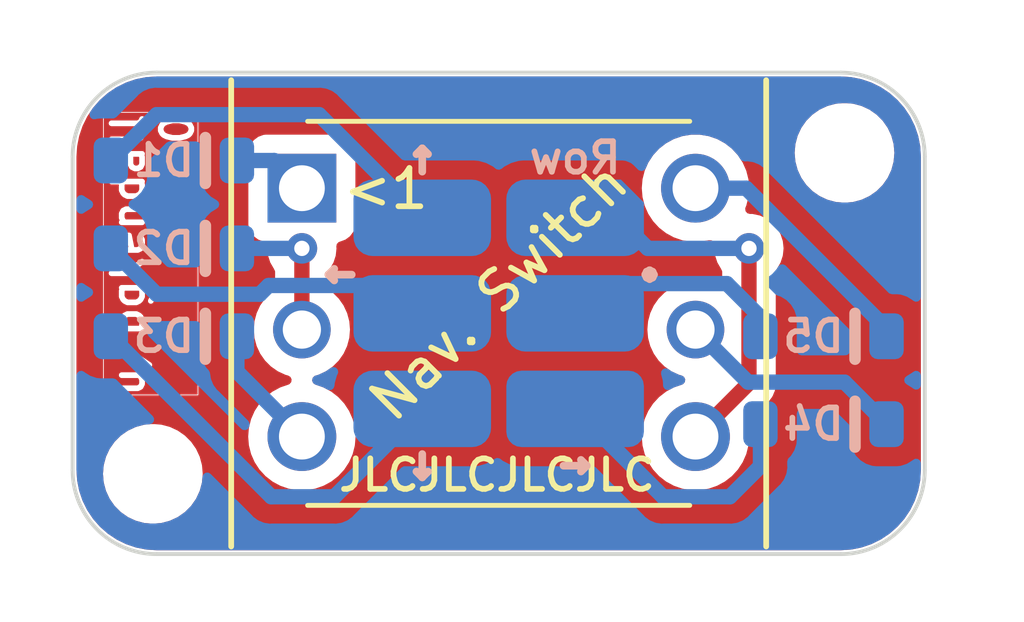
<source format=kicad_pcb>
(kicad_pcb (version 20221018) (generator pcbnew)
  (layers (0 "F.Cu" signal) (31 "B.Cu" signal) (34 "B.Paste" user) (35 "F.Paste" user) (36 "B.SilkS" user "B.Silkscreen") (37 "F.SilkS" user "F.Silkscreen") (38 "B.Mask" user) (39 "F.Mask" user) (44 "Edge.Cuts" user))
  (net 0 "")
  (net 1 "Net-(D1-K)")
  (net 2 "Net-(D1-A)")
  (net 3 "Net-(D2-K)")
  (net 4 "Net-(D2-A)")
  (net 5 "Net-(D3-K)")
  (net 6 "Net-(D3-A)")
  (net 7 "Net-(D4-K)")
  (net 8 "Net-(D4-A)")
  (net 9 "Net-(D5-K)")
  (net 10 "Net-(D5-A)")
  (net 11 "Net-(J1-Pin_6)")
  (footprint "MountingHole:MountingHole_2.1mm" (layer "F.Cu") (at 150 56.2)
    (fp_text reference "H1" hide)
    (fp_text value "MountingHole" hide)
    (pad "" np_thru_hole circle (at 0 0) (size 2.1 2.1) (drill 2.1) (layers "*.Cu" "*.Mask"))
  )
  (footprint "MountingHole:MountingHole_2.1mm" (layer "F.Cu") (at 168.1 47.8)
    (fp_text reference "H2" hide)
    (fp_text value "MountingHole" hide)
    (pad "" np_thru_hole circle (at 0 0) (size 2.1 2.1) (drill 2.1) (layers "*.Cu" "*.Mask"))
  )
  (footprint "_Project_Library:Nav_Switch_SKQUAAA010" (layer "F.Cu") (at 159.05 52)
    (fp_text reference "U1" hide)
    (fp_text value "SKQUAAA010" hide)
    (fp_text user "Nav. Switch" (at -0.000001 -0.575 45 unlocked) (layer "F.SilkS"))
    (fp_line (start -5 -5.025) (end 5 -5.025) (stroke (width 0.127)) (layer "F.SilkS"))
    (fp_line (start -5 5.025) (end 5 5.025) (stroke (width 0.127)) (layer "F.SilkS"))
    (pad "1" thru_hole rect (at -5.15 -3.275) (size 1.8 1.8) (drill 1.2) (layers "*.Cu" "*.Mask") (net 1 "Net-(D1-K)"))
    (pad "2" thru_hole circle (at -5.15 0.425) (size 1.508 1.508) (drill 1) (layers "*.Cu" "*.Mask") (net 3 "Net-(D2-K)"))
    (pad "3" thru_hole circle (at -5.15 3.225) (size 1.8 1.8) (drill 1.2) (layers "*.Cu" "*.Mask") (net 5 "Net-(D3-K)"))
    (pad "4" thru_hole circle (at 5.15 3.225) (size 1.8 1.8) (drill 1.2) (layers "*.Cu" "*.Mask") (net 11 "Net-(J1-Pin_6)"))
    (pad "5" thru_hole circle (at 5.15 0.425) (size 1.508 1.508) (drill 1) (layers "*.Cu" "*.Mask") (net 7 "Net-(D4-K)"))
    (pad "6" thru_hole circle (at 5.15 -3.275) (size 1.8 1.8) (drill 1.2) (layers "*.Cu" "*.Mask") (net 9 "Net-(D5-K)"))
  )
  (footprint "_Project_Library:Header_2x3" (layer "B.Cu") (at 159.05 52 180)
    (fp_text reference "J1" hide)
    (fp_text value "Conn_01x06" hide)
    (pad "1" smd roundrect (at 2 2.5 180) (size 3.6 2) (layers "B.Cu" "B.Paste" "B.Mask") (net 2 "Net-(D1-A)"))
    (pad "2" smd roundrect (at 2 0 180) (size 3.6 2) (layers "B.Cu" "B.Paste" "B.Mask") (net 4 "Net-(D2-A)"))
    (pad "3" smd roundrect (at 2 -2.5 180) (size 3.6 2) (layers "B.Cu" "B.Paste" "B.Mask") (net 6 "Net-(D3-A)"))
    (pad "4" smd roundrect (at -2 -2.5 180) (size 3.6 2) (layers "B.Cu" "B.Paste" "B.Mask") (roundrect_rratio 0.2) (net 8 "Net-(D4-A)"))
    (pad "5" smd roundrect (at -2 0 180) (size 3.6 2) (layers "B.Cu" "B.Paste" "B.Mask") (net 10 "Net-(D5-A)"))
    (pad "6" smd roundrect (at -2 2.5 180) (size 3.6 2) (layers "B.Cu" "B.Paste" "B.Mask") (chamfer_ratio 0.3) (chamfer bottom_left) (net 11 "Net-(J1-Pin_6)"))
  )
  (footprint "_Project_Library:D_SOD-123" (layer "B.Cu") (at 150.55 52.6 180)
    (fp_text reference "D3" (at 0.262499 0) (layer "B.SilkS") (effects (font (size 0.8 0.8)) (justify mirror)))
    (fp_text value "D" hide)
    (fp_line (start -0.825 0.6) (end -0.825 -0.6) (stroke (width 0.3)) (layer "B.SilkS"))
    (pad "1" smd roundrect (at -1.65 0 180) (size 0.9 1.2) (layers "B.Cu" "B.Paste" "B.Mask") (net 5 "Net-(D3-K)"))
    (pad "2" smd roundrect (at 1.65 0 180) (size 0.9 1.2) (layers "B.Cu" "B.Paste" "B.Mask") (net 6 "Net-(D3-A)"))
  )
  (footprint "_Project_Library:D_SOD-123" (layer "B.Cu") (at 150.55 50.3 180)
    (fp_text reference "D2" (at 0.262499 0) (layer "B.SilkS") (effects (font (size 0.8 0.8)) (justify mirror)))
    (fp_text value "D" hide)
    (fp_line (start -0.825 0.6) (end -0.825 -0.6) (stroke (width 0.3)) (layer "B.SilkS"))
    (pad "1" smd roundrect (at -1.65 0 180) (size 0.9 1.2) (layers "B.Cu" "B.Paste" "B.Mask") (net 3 "Net-(D2-K)"))
    (pad "2" smd roundrect (at 1.65 0 180) (size 0.9 1.2) (layers "B.Cu" "B.Paste" "B.Mask") (net 4 "Net-(D2-A)"))
  )
  (footprint "_Project_Library:D_SOD-123" (layer "B.Cu") (at 167.55 52.6 180)
    (fp_text reference "D5" (at 0.262499 0) (layer "B.SilkS") (effects (font (size 0.8 0.8)) (justify mirror)))
    (fp_text value "D" hide)
    (fp_line (start -0.825 0.6) (end -0.825 -0.6) (stroke (width 0.3)) (layer "B.SilkS"))
    (pad "1" smd roundrect (at -1.65 0 180) (size 0.9 1.2) (layers "B.Cu" "B.Paste" "B.Mask") (net 9 "Net-(D5-K)"))
    (pad "2" smd roundrect (at 1.65 0 180) (size 0.9 1.2) (layers "B.Cu" "B.Paste" "B.Mask") (net 10 "Net-(D5-A)"))
  )
  (footprint "_Project_Library:D_SOD-123" (layer "B.Cu") (at 167.55 54.9 180)
    (fp_text reference "D4" (at 0.262499 0) (layer "B.SilkS") (effects (font (size 0.8 0.8)) (justify mirror)))
    (fp_text value "D" hide)
    (fp_line (start -0.825 0.6) (end -0.825 -0.6) (stroke (width 0.3)) (layer "B.SilkS"))
    (pad "1" smd roundrect (at -1.65 0 180) (size 0.9 1.2) (layers "B.Cu" "B.Paste" "B.Mask") (net 7 "Net-(D4-K)"))
    (pad "2" smd roundrect (at 1.65 0 180) (size 0.9 1.2) (layers "B.Cu" "B.Paste" "B.Mask") (net 8 "Net-(D4-A)"))
  )
  (footprint "_Project_Library:D_SOD-123" (layer "B.Cu") (at 150.55 48 180)
    (fp_text reference "D1" (at 0.262499 0) (layer "B.SilkS") (effects (font (size 0.8 0.8)) (justify mirror)))
    (fp_text value "D" hide)
    (fp_line (start -0.825 0.6) (end -0.825 -0.6) (stroke (width 0.3)) (layer "B.SilkS"))
    (pad "1" smd roundrect (at -1.65 0 180) (size 0.9 1.2) (layers "B.Cu" "B.Paste" "B.Mask") (net 1 "Net-(D1-K)"))
    (pad "2" smd roundrect (at 1.65 0 180) (size 0.9 1.2) (layers "B.Cu" "B.Paste" "B.Mask") (net 2 "Net-(D1-A)"))
  )
  (gr_line (start 152.05 58.1) (end 152.05 45.9) (stroke (width 0.15)) (layer "F.SilkS"))
  (gr_line (start 166.05 45.9) (end 166.05 58.1) (stroke (width 0.15)) (layer "F.SilkS"))
  (gr_line (start 150.1 45.7) (end 168 45.7) (stroke (width 0.1)) (layer "Edge.Cuts"))
  (gr_line (start 170.2 47.9) (end 170.2 56.1) (stroke (width 0.1)) (layer "Edge.Cuts"))
  (gr_arc (start 170.2 56.1) (mid 169.555635 57.655635) (end 168 58.3) (stroke (width 0.1)) (layer "Edge.Cuts"))
  (gr_arc (start 150.1 58.3) (mid 148.544365 57.655635) (end 147.9 56.1) (stroke (width 0.1)) (layer "Edge.Cuts"))
  (gr_line (start 147.9 56.1) (end 147.9 47.9) (stroke (width 0.1)) (layer "Edge.Cuts"))
  (gr_arc (start 168 45.7) (mid 169.555635 46.344365) (end 170.2 47.9) (stroke (width 0.1)) (layer "Edge.Cuts"))
  (gr_line (start 168 58.3) (end 150.1 58.3) (stroke (width 0.1)) (layer "Edge.Cuts"))
  (gr_arc (start 147.9 47.9) (mid 148.544365 46.344365) (end 150.1 45.7) (stroke (width 0.1)) (layer "Edge.Cuts"))
  (gr_text "u/bgkendall\nv1.0" (at 150 46.7 90) (layer "F.Cu" knockout) (effects (font (size 0.8 0.8) (thickness 0.15) bold) (justify right)))
  (gr_text "←" (at 154.9 51.4) (layer "B.SilkS") (effects (font (size 0.8 0.8) (thickness 0.2) bold) (justify bottom)))
  (gr_text "Row" (at 161.05 48.4) (layer "B.SilkS") (effects (font (size 0.8 0.8) (thickness 0.15) bold) (justify bottom mirror)))
  (gr_text "↑" (at 157.05 48.4) (layer "B.SilkS") (effects (font (size 0.8 0.8) (thickness 0.2) bold) (justify bottom mirror)))
  (gr_text "↓" (at 157.05 56.4) (layer "B.SilkS") (effects (font (size 0.8 0.8) (thickness 0.2) bold) (justify bottom)))
  (gr_text "•" (at 163 51.4) (layer "B.SilkS") (effects (font (size 0.8 0.8) (thickness 0.2) bold) (justify bottom)))
  (gr_text "→" (at 161.05 56.4) (layer "B.SilkS") (effects (font (size 0.8 0.8) (thickness 0.2) bold) (justify bottom)))
  (gr_text "<1" (at 154.9 49.32675) (layer "F.SilkS") (effects (font (size 1 1)) (justify left bottom)))
  (gr_text "JLCJLCJLCJLC" (at 154.790714 56.7) (layer "F.SilkS") (effects (font (size 0.8 0.8) (thickness 0.15) bold) (justify left bottom)))
  (segment (start 152.2 48) (end 153.175 48) (width 0.4) (layer "B.Cu") (net 1))
  (segment (start 153.175 48) (end 153.9 48.725) (width 0.4) (layer "B.Cu") (net 1))
  (segment (start 150.1 46.8) (end 154.35 46.8) (width 0.4) (layer "B.Cu") (net 2))
  (segment (start 148.9 48) (end 150.1 46.8) (width 0.4) (layer "B.Cu") (net 2))
  (segment (start 154.35 46.8) (end 157.05 49.5) (width 0.4) (layer "B.Cu") (net 2))
  (segment (start 153.9 52.425) (end 153.9 50.3) (width 0.4) (layer "F.Cu") (net 3))
  (via (at 153.9 50.3) (size 0.8) (drill 0.4) (layers "F.Cu" "B.Cu") (net 3))
  (segment (start 153.9 50.3) (end 152.2 50.3) (width 0.4) (layer "B.Cu") (net 3))
  (segment (start 153.029 51.271) (end 156.321 51.271) (width 0.4) (layer "B.Cu") (net 4))
  (segment (start 152.8 51.5) (end 153.029 51.271) (width 0.4) (layer "B.Cu") (net 4))
  (segment (start 150.1 51.5) (end 152.8 51.5) (width 0.4) (layer "B.Cu") (net 4))
  (segment (start 148.9 50.3) (end 150.1 51.5) (width 0.4) (layer "B.Cu") (net 4))
  (segment (start 153.9 55.225) (end 152.2 53.525) (width 0.4) (layer "B.Cu") (net 5))
  (segment (start 152.2 53.525) (end 152.2 52.6) (width 0.4) (layer "B.Cu") (net 5))
  (segment (start 154.75 56.8) (end 157.05 54.5) (width 0.4) (layer "B.Cu") (net 6))
  (segment (start 153.1 56.8) (end 154.75 56.8) (width 0.4) (layer "B.Cu") (net 6))
  (segment (start 148.9 52.6) (end 153.1 56.8) (width 0.4) (layer "B.Cu") (net 6))
  (segment (start 165.575 53.8) (end 168.1 53.8) (width 0.4) (layer "B.Cu") (net 7))
  (segment (start 168.1 53.8) (end 169.2 54.9) (width 0.4) (layer "B.Cu") (net 7))
  (segment (start 164.2 52.425) (end 165.575 53.8) (width 0.4) (layer "B.Cu") (net 7))
  (segment (start 161.05 54.5) (end 163.35 56.8) (width 0.4) (layer "B.Cu") (net 8))
  (segment (start 165.9 56) (end 165.9 54.9) (width 0.4) (layer "B.Cu") (net 8))
  (segment (start 163.35 56.8) (end 165.1 56.8) (width 0.4) (layer "B.Cu") (net 8))
  (segment (start 165.1 56.8) (end 165.9 56) (width 0.4) (layer "B.Cu") (net 8))
  (segment (start 165.525 48.725) (end 169.2 52.4) (width 0.4) (layer "B.Cu") (net 9))
  (segment (start 164.2 48.725) (end 165.525 48.725) (width 0.4) (layer "B.Cu") (net 9))
  (segment (start 165.021 51.221) (end 165.9 52.1) (width 0.4) (layer "B.Cu") (net 10))
  (segment (start 161.829 51.221) (end 165.021 51.221) (width 0.4) (layer "B.Cu") (net 10))
  (segment (start 165.9 52.1) (end 165.9 52.6) (width 0.4) (layer "B.Cu") (net 10))
  (segment (start 165.6 50.3) (end 165.6 53.825) (width 0.4) (layer "F.Cu") (net 11))
  (segment (start 165.6 53.825) (end 164.2 55.225) (width 0.4) (layer "F.Cu") (net 11))
  (via (at 165.6 50.3) (size 0.8) (drill 0.4) (layers "F.Cu" "B.Cu") (net 11))
  (segment (start 162.95 50.3) (end 162.4 49.75) (width 0.4) (layer "B.Cu") (net 11))
  (segment (start 165.6 50.3) (end 162.95 50.3) (width 0.4) (layer "B.Cu") (net 11))
  (zone (net 0) (net_name "") (layers "F&B.Cu") (connect_pads (clearance 0.5)) (min_thickness 0.25) (fill yes (thermal_gap 0.5) (thermal_bridge_width 0.5))
    (polygon (pts (xy 146 43.8) (xy 172.8 43.8) (xy 172.8 60.1) (xy 146 60.1)))
  )
)
</source>
